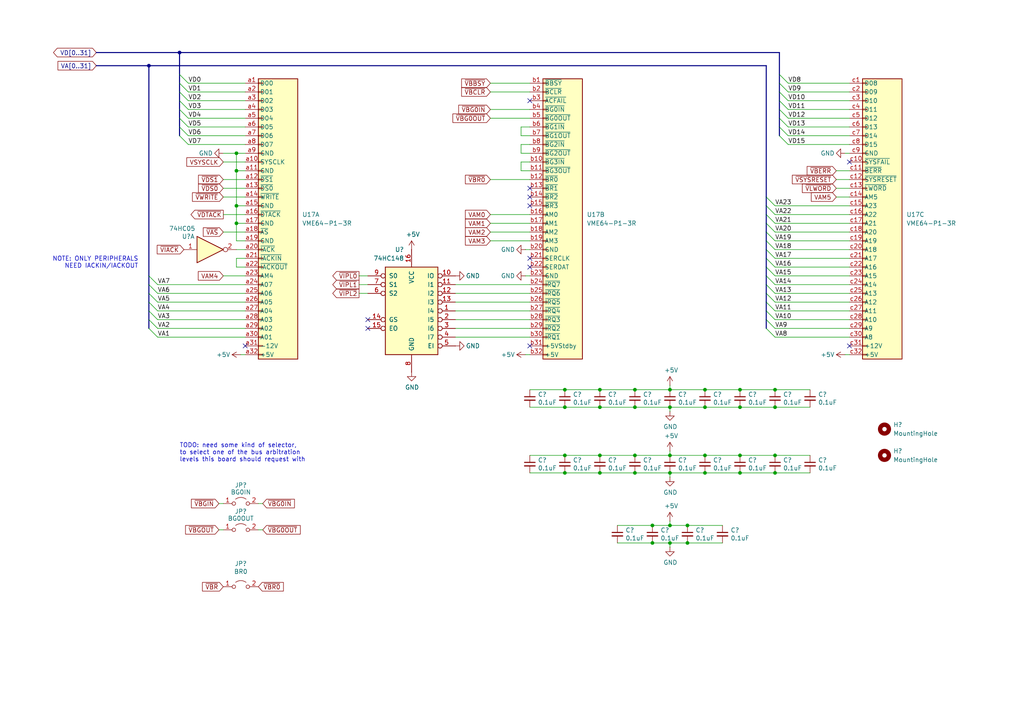
<source format=kicad_sch>
(kicad_sch (version 20231120) (generator "eeschema") (generator_version "8.0")
  (paper "A4")
  (title_block (title "k30p-VME") (rev "1"))
  (lib_symbols
    (symbol "74xx:74LS05" (pin_names (offset 1.016))
      (property "Reference" "U" (at 0 1.27 0))
      (property "Value" "74LS05" (at 0 -1.27 0))
      (symbol "74LS05_1_0"
        (polyline (pts (xy -3.81 3.81) (xy -3.81 -3.81) (xy 3.81 0) (xy -3.81 3.81)) (stroke (width 0.254)) (fill (type background)))
        (pin input line (at -7.62 0 0) (length 3.81) (name "~") (number "1"))
        (pin open_collector inverted (at 7.62 0 180) (length 3.81) (name "~") (number "2"))
      )
      (symbol "74LS05_2_0"
        (polyline (pts (xy -3.81 3.81) (xy -3.81 -3.81) (xy 3.81 0) (xy -3.81 3.81)) (stroke (width 0.254)) (fill (type background)))
        (pin input line (at -7.62 0 0) (length 3.81) (name "~") (number "3"))
        (pin open_collector inverted (at 7.62 0 180) (length 3.81) (name "~") (number "4"))
      )
      (symbol "74LS05_3_0"
        (polyline (pts (xy -3.81 3.81) (xy -3.81 -3.81) (xy 3.81 0) (xy -3.81 3.81)) (stroke (width 0.254)) (fill (type background)))
        (pin input line (at -7.62 0 0) (length 3.81) (name "~") (number "5"))
        (pin open_collector inverted (at 7.62 0 180) (length 3.81) (name "~") (number "6"))
      )
      (symbol "74LS05_4_0"
        (polyline (pts (xy -3.81 3.81) (xy -3.81 -3.81) (xy 3.81 0) (xy -3.81 3.81)) (stroke (width 0.254)) (fill (type background)))
        (pin open_collector inverted (at 7.62 0 180) (length 3.81) (name "~") (number "8"))
        (pin input line (at -7.62 0 0) (length 3.81) (name "~") (number "9"))
      )
      (symbol "74LS05_5_0"
        (polyline (pts (xy -3.81 3.81) (xy -3.81 -3.81) (xy 3.81 0) (xy -3.81 3.81)) (stroke (width 0.254)) (fill (type background)))
        (pin open_collector inverted (at 7.62 0 180) (length 3.81) (name "~") (number "10"))
        (pin input line (at -7.62 0 0) (length 3.81) (name "~") (number "11"))
      )
      (symbol "74LS05_6_0"
        (polyline (pts (xy -3.81 3.81) (xy -3.81 -3.81) (xy 3.81 0) (xy -3.81 3.81)) (stroke (width 0.254)) (fill (type background)))
        (pin open_collector inverted (at 7.62 0 180) (length 3.81) (name "~") (number "12"))
        (pin input line (at -7.62 0 0) (length 3.81) (name "~") (number "13"))
      )
      (symbol "74LS05_7_0"
        (pin power_in line (at 0 12.7 270) (length 5.08) (name "VCC") (number "14"))
        (pin power_in line (at 0 -12.7 90) (length 5.08) (name "GND") (number "7"))
      )
      (symbol "74LS05_7_1"
        (rectangle (start -5.08 7.62) (end 5.08 -7.62) (stroke (width 0.254)) (fill (type background)))
      )
    )
    (symbol "74xx:74LS148" (pin_names (offset 1.016))
      (property "Reference" "U" (at -7.62 13.97 0))
      (property "Value" "74LS148" (at -7.62 -13.97 0))
      (symbol "74LS148_1_0"
        (pin input inverted (at -12.7 0 0) (length 5.08) (name "I4") (number "1"))
        (pin input inverted (at -12.7 10.16 0) (length 5.08) (name "IO") (number "10"))
        (pin input inverted (at -12.7 7.62 0) (length 5.08) (name "I1") (number "11"))
        (pin input inverted (at -12.7 5.08 0) (length 5.08) (name "I2") (number "12"))
        (pin input inverted (at -12.7 2.54 0) (length 5.08) (name "I3") (number "13"))
        (pin output inverted (at 12.7 -2.54 180) (length 5.08) (name "GS") (number "14"))
        (pin output inverted (at 12.7 -5.08 180) (length 5.08) (name "EO") (number "15"))
        (pin power_in line (at 0 17.78 270) (length 5.08) (name "VCC") (number "16"))
        (pin input inverted (at -12.7 -2.54 0) (length 5.08) (name "I5") (number "2"))
        (pin input inverted (at -12.7 -5.08 0) (length 5.08) (name "I6") (number "3"))
        (pin input inverted (at -12.7 -7.62 0) (length 5.08) (name "I7") (number "4"))
        (pin input inverted (at -12.7 -10.16 0) (length 5.08) (name "EI") (number "5"))
        (pin output inverted (at 12.7 5.08 180) (length 5.08) (name "S2") (number "6"))
        (pin output inverted (at 12.7 7.62 180) (length 5.08) (name "S1") (number "7"))
        (pin power_in line (at 0 -17.78 90) (length 5.08) (name "GND") (number "8"))
        (pin output inverted (at 12.7 10.16 180) (length 5.08) (name "S0") (number "9"))
      )
      (symbol "74LS148_1_1"
        (rectangle (start -7.62 12.7) (end 7.62 -12.7) (stroke (width 0.254)) (fill (type background)))
      )
    )
    (symbol "Computie_Connectors:VME64-P1-3R"
      (property "Reference" "P" (at 0 40.64 0))
      (property "Value" "VME64-P1-3R" (at 0 40.64 0))
      (symbol "VME64-P1-3R_1_1"
        (rectangle (start -1.27 -40.513) (end 0 -40.767) (stroke (width 0.1524)))
        (rectangle (start -1.27 -37.973) (end 0 -38.227) (stroke (width 0.1524)))
        (rectangle (start -1.27 -35.433) (end 0 -35.687) (stroke (width 0.1524)))
        (rectangle (start -1.27 -32.893) (end 0 -33.147) (stroke (width 0.1524)))
        (rectangle (start -1.27 -30.353) (end 0 -30.607) (stroke (width 0.1524)))
        (rectangle (start -1.27 -27.813) (end 0 -28.067) (stroke (width 0.1524)))
        (rectangle (start -1.27 -25.273) (end 0 -25.527) (stroke (width 0.1524)))
        (rectangle (start -1.27 -22.733) (end 0 -22.987) (stroke (width 0.1524)))
        (rectangle (start -1.27 -20.193) (end 0 -20.447) (stroke (width 0.1524)))
        (rectangle (start -1.27 -17.653) (end 0 -17.907) (stroke (width 0.1524)))
        (rectangle (start -1.27 -15.113) (end 0 -15.367) (stroke (width 0.1524)))
        (rectangle (start -1.27 -12.573) (end 0 -12.827) (stroke (width 0.1524)))
        (rectangle (start -1.27 -10.033) (end 0 -10.287) (stroke (width 0.1524)))
        (rectangle (start -1.27 -7.493) (end 0 -7.747) (stroke (width 0.1524)))
        (rectangle (start -1.27 -4.953) (end 0 -5.207) (stroke (width 0.1524)))
        (rectangle (start -1.27 -2.413) (end 0 -2.667) (stroke (width 0.1524)))
        (rectangle (start -1.27 0.127) (end 0 -0.127) (stroke (width 0.1524)))
        (rectangle (start -1.27 2.667) (end 0 2.413) (stroke (width 0.1524)))
        (rectangle (start -1.27 5.207) (end 0 4.953) (stroke (width 0.1524)))
        (rectangle (start -1.27 7.747) (end 0 7.493) (stroke (width 0.1524)))
        (rectangle (start -1.27 10.287) (end 0 10.033) (stroke (width 0.1524)))
        (rectangle (start -1.27 12.827) (end 0 12.573) (stroke (width 0.1524)))
        (rectangle (start -1.27 15.367) (end 0 15.113) (stroke (width 0.1524)))
        (rectangle (start -1.27 17.907) (end 0 17.653) (stroke (width 0.1524)))
        (rectangle (start -1.27 20.447) (end 0 20.193) (stroke (width 0.1524)))
        (rectangle (start -1.27 22.987) (end 0 22.733) (stroke (width 0.1524)))
        (rectangle (start -1.27 25.527) (end 0 25.273) (stroke (width 0.1524)))
        (rectangle (start -1.27 28.067) (end 0 27.813) (stroke (width 0.1524)))
        (rectangle (start -1.27 30.607) (end 0 30.353) (stroke (width 0.1524)))
        (rectangle (start -1.27 33.147) (end 0 32.893) (stroke (width 0.1524)))
        (rectangle (start -1.27 35.687) (end 0 35.433) (stroke (width 0.1524)))
        (rectangle (start -1.27 38.227) (end 0 37.973) (stroke (width 0.1524)))
        (rectangle (start -1.27 39.37) (end 10.16 -41.91) (stroke (width 0.254)) (fill (type background)))
        (pin bidirectional line (at -5.08 38.1 0) (length 3.81) (name "D00") (number "a1"))
        (pin output line (at -5.08 15.24 0) (length 3.81) (name "SYSCLK") (number "a10"))
        (pin passive line (at -5.08 12.7 0) (length 3.81) (name "GND") (number "a11"))
        (pin bidirectional line (at -5.08 10.16 0) (length 3.81) (name "~{DS1}") (number "a12"))
        (pin bidirectional line (at -5.08 7.62 0) (length 3.81) (name "~{DS0}") (number "a13"))
        (pin bidirectional line (at -5.08 5.08 0) (length 3.81) (name "~{WRITE}") (number "a14"))
        (pin passive line (at -5.08 2.54 0) (length 3.81) (name "GND") (number "a15"))
        (pin bidirectional line (at -5.08 0 0) (length 3.81) (name "~{DTACK}") (number "a16"))
        (pin passive line (at -5.08 -2.54 0) (length 3.81) (name "GND") (number "a17"))
        (pin bidirectional line (at -5.08 -5.08 0) (length 3.81) (name "~{AS}") (number "a18"))
        (pin passive line (at -5.08 -7.62 0) (length 3.81) (name "GND") (number "a19"))
        (pin bidirectional line (at -5.08 35.56 0) (length 3.81) (name "D01") (number "a2"))
        (pin bidirectional line (at -5.08 -10.16 0) (length 3.81) (name "~{IACK}") (number "a20"))
        (pin input line (at -5.08 -12.7 0) (length 3.81) (name "~{IACKIN}") (number "a21"))
        (pin output line (at -5.08 -15.24 0) (length 3.81) (name "~{IACKOUT}") (number "a22"))
        (pin bidirectional line (at -5.08 -17.78 0) (length 3.81) (name "AM4") (number "a23"))
        (pin bidirectional line (at -5.08 -20.32 0) (length 3.81) (name "A07") (number "a24"))
        (pin bidirectional line (at -5.08 -22.86 0) (length 3.81) (name "A06") (number "a25"))
        (pin bidirectional line (at -5.08 -25.4 0) (length 3.81) (name "A05") (number "a26"))
        (pin bidirectional line (at -5.08 -27.94 0) (length 3.81) (name "A04") (number "a27"))
        (pin bidirectional line (at -5.08 -30.48 0) (length 3.81) (name "A03") (number "a28"))
        (pin bidirectional line (at -5.08 -33.02 0) (length 3.81) (name "A02") (number "a29"))
        (pin bidirectional line (at -5.08 33.02 0) (length 3.81) (name "D02") (number "a3"))
        (pin bidirectional line (at -5.08 -35.56 0) (length 3.81) (name "A01") (number "a30"))
        (pin passive line (at -5.08 -38.1 0) (length 3.81) (name "-12V") (number "a31"))
        (pin passive line (at -5.08 -40.64 0) (length 3.81) (name "+5V") (number "a32"))
        (pin bidirectional line (at -5.08 30.48 0) (length 3.81) (name "D03") (number "a4"))
        (pin bidirectional line (at -5.08 27.94 0) (length 3.81) (name "D04") (number "a5"))
        (pin bidirectional line (at -5.08 25.4 0) (length 3.81) (name "D05") (number "a6"))
        (pin bidirectional line (at -5.08 22.86 0) (length 3.81) (name "D06") (number "a7"))
        (pin bidirectional line (at -5.08 20.32 0) (length 3.81) (name "D07") (number "a8"))
        (pin passive line (at -5.08 17.78 0) (length 3.81) (name "GND") (number "a9"))
      )
      (symbol "VME64-P1-3R_2_1"
        (rectangle (start -1.27 -40.513) (end 0 -40.767) (stroke (width 0.1524)))
        (rectangle (start -1.27 -37.973) (end 0 -38.227) (stroke (width 0.1524)))
        (rectangle (start -1.27 -35.433) (end 0 -35.687) (stroke (width 0.1524)))
        (rectangle (start -1.27 -32.893) (end 0 -33.147) (stroke (width 0.1524)))
        (rectangle (start -1.27 -30.353) (end 0 -30.607) (stroke (width 0.1524)))
        (rectangle (start -1.27 -27.813) (end 0 -28.067) (stroke (width 0.1524)))
        (rectangle (start -1.27 -25.273) (end 0 -25.527) (stroke (width 0.1524)))
        (rectangle (start -1.27 -22.733) (end 0 -22.987) (stroke (width 0.1524)))
        (rectangle (start -1.27 -20.193) (end 0 -20.447) (stroke (width 0.1524)))
        (rectangle (start -1.27 -17.653) (end 0 -17.907) (stroke (width 0.1524)))
        (rectangle (start -1.27 -15.113) (end 0 -15.367) (stroke (width 0.1524)))
        (rectangle (start -1.27 -12.573) (end 0 -12.827) (stroke (width 0.1524)))
        (rectangle (start -1.27 -10.033) (end 0 -10.287) (stroke (width 0.1524)))
        (rectangle (start -1.27 -7.493) (end 0 -7.747) (stroke (width 0.1524)))
        (rectangle (start -1.27 -4.953) (end 0 -5.207) (stroke (width 0.1524)))
        (rectangle (start -1.27 -2.413) (end 0 -2.667) (stroke (width 0.1524)))
        (rectangle (start -1.27 0.127) (end 0 -0.127) (stroke (width 0.1524)))
        (rectangle (start -1.27 2.667) (end 0 2.413) (stroke (width 0.1524)))
        (rectangle (start -1.27 5.207) (end 0 4.953) (stroke (width 0.1524)))
        (rectangle (start -1.27 7.747) (end 0 7.493) (stroke (width 0.1524)))
        (rectangle (start -1.27 10.287) (end 0 10.033) (stroke (width 0.1524)))
        (rectangle (start -1.27 12.827) (end 0 12.573) (stroke (width 0.1524)))
        (rectangle (start -1.27 15.367) (end 0 15.113) (stroke (width 0.1524)))
        (rectangle (start -1.27 17.907) (end 0 17.653) (stroke (width 0.1524)))
        (rectangle (start -1.27 20.447) (end 0 20.193) (stroke (width 0.1524)))
        (rectangle (start -1.27 22.987) (end 0 22.733) (stroke (width 0.1524)))
        (rectangle (start -1.27 25.527) (end 0 25.273) (stroke (width 0.1524)))
        (rectangle (start -1.27 28.067) (end 0 27.813) (stroke (width 0.1524)))
        (rectangle (start -1.27 30.607) (end 0 30.353) (stroke (width 0.1524)))
        (rectangle (start -1.27 33.147) (end 0 32.893) (stroke (width 0.1524)))
        (rectangle (start -1.27 35.687) (end 0 35.433) (stroke (width 0.1524)))
        (rectangle (start -1.27 38.227) (end 0 37.973) (stroke (width 0.1524)))
        (rectangle (start -1.27 39.37) (end 10.16 -41.91) (stroke (width 0.254)) (fill (type background)))
        (pin bidirectional line (at -5.08 38.1 0) (length 3.81) (name "~{BBSY}") (number "b1"))
        (pin input line (at -5.08 15.24 0) (length 3.81) (name "~{BG3IN}") (number "b10"))
        (pin output line (at -5.08 12.7 0) (length 3.81) (name "~{BG3OUT}") (number "b11"))
        (pin bidirectional line (at -5.08 10.16 0) (length 3.81) (name "~{BR0}") (number "b12"))
        (pin bidirectional line (at -5.08 7.62 0) (length 3.81) (name "~{BR1}") (number "b13"))
        (pin bidirectional line (at -5.08 5.08 0) (length 3.81) (name "~{BR2}") (number "b14"))
        (pin bidirectional line (at -5.08 2.54 0) (length 3.81) (name "~{BR3}") (number "b15"))
        (pin bidirectional line (at -5.08 0 0) (length 3.81) (name "AM0") (number "b16"))
        (pin bidirectional line (at -5.08 -2.54 0) (length 3.81) (name "AM1") (number "b17"))
        (pin bidirectional line (at -5.08 -5.08 0) (length 3.81) (name "AM2") (number "b18"))
        (pin bidirectional line (at -5.08 -7.62 0) (length 3.81) (name "AM3") (number "b19"))
        (pin bidirectional line (at -5.08 35.56 0) (length 3.81) (name "~{BCLR}") (number "b2"))
        (pin passive line (at -5.08 -10.16 0) (length 3.81) (name "GND") (number "b20"))
        (pin bidirectional line (at -5.08 -12.7 0) (length 3.81) (name "SERCLK") (number "b21"))
        (pin bidirectional line (at -5.08 -15.24 0) (length 3.81) (name "SERDAT") (number "b22"))
        (pin passive line (at -5.08 -17.78 0) (length 3.81) (name "GND") (number "b23"))
        (pin bidirectional line (at -5.08 -20.32 0) (length 3.81) (name "~{IRQ7}") (number "b24"))
        (pin bidirectional line (at -5.08 -22.86 0) (length 3.81) (name "~{IRQ6}") (number "b25"))
        (pin bidirectional line (at -5.08 -25.4 0) (length 3.81) (name "~{IRQ5}") (number "b26"))
        (pin bidirectional line (at -5.08 -27.94 0) (length 3.81) (name "~{IRQ4}") (number "b27"))
        (pin bidirectional line (at -5.08 -30.48 0) (length 3.81) (name "~{IRQ3}") (number "b28"))
        (pin bidirectional line (at -5.08 -33.02 0) (length 3.81) (name "~{IRQ2}") (number "b29"))
        (pin output line (at -5.08 33.02 0) (length 3.81) (name "~{ACFAIL}") (number "b3"))
        (pin bidirectional line (at -5.08 -35.56 0) (length 3.81) (name "~{IRQ1}") (number "b30"))
        (pin passive line (at -5.08 -38.1 0) (length 3.81) (name "+5VStdby") (number "b31"))
        (pin passive line (at -5.08 -40.64 0) (length 3.81) (name "+5V") (number "b32"))
        (pin input line (at -5.08 30.48 0) (length 3.81) (name "~{BG0IN}") (number "b4"))
        (pin output line (at -5.08 27.94 0) (length 3.81) (name "~{BG0OUT}") (number "b5"))
        (pin input line (at -5.08 25.4 0) (length 3.81) (name "~{BG1IN}") (number "b6"))
        (pin output line (at -5.08 22.86 0) (length 3.81) (name "~{BG1OUT}") (number "b7"))
        (pin input line (at -5.08 20.32 0) (length 3.81) (name "~{BG2IN}") (number "b8"))
        (pin output line (at -5.08 17.78 0) (length 3.81) (name "~{BG2OUT}") (number "b9"))
      )
      (symbol "VME64-P1-3R_3_1"
        (rectangle (start -1.27 -40.513) (end 0 -40.767) (stroke (width 0.1524)))
        (rectangle (start -1.27 -37.973) (end 0 -38.227) (stroke (width 0.1524)))
        (rectangle (start -1.27 -35.433) (end 0 -35.687) (stroke (width 0.1524)))
        (rectangle (start -1.27 -32.893) (end 0 -33.147) (stroke (width 0.1524)))
        (rectangle (start -1.27 -30.353) (end 0 -30.607) (stroke (width 0.1524)))
        (rectangle (start -1.27 -27.813) (end 0 -28.067) (stroke (width 0.1524)))
        (rectangle (start -1.27 -25.273) (end 0 -25.527) (stroke (width 0.1524)))
        (rectangle (start -1.27 -22.733) (end 0 -22.987) (stroke (width 0.1524)))
        (rectangle (start -1.27 -20.193) (end 0 -20.447) (stroke (width 0.1524)))
        (rectangle (start -1.27 -17.653) (end 0 -17.907) (stroke (width 0.1524)))
        (rectangle (start -1.27 -15.113) (end 0 -15.367) (stroke (width 0.1524)))
        (rectangle (start -1.27 -12.573) (end 0 -12.827) (stroke (width 0.1524)))
        (rectangle (start -1.27 -10.033) (end 0 -10.287) (stroke (width 0.1524)))
        (rectangle (start -1.27 -7.493) (end 0 -7.747) (stroke (width 0.1524)))
        (rectangle (start -1.27 -4.953) (end 0 -5.207) (stroke (width 0.1524)))
        (rectangle (start -1.27 -2.413) (end 0 -2.667) (stroke (width 0.1524)))
        (rectangle (start -1.27 0.127) (end 0 -0.127) (stroke (width 0.1524)))
        (rectangle (start -1.27 2.667) (end 0 2.413) (stroke (width 0.1524)))
        (rectangle (start -1.27 5.207) (end 0 4.953) (stroke (width 0.1524)))
        (rectangle (start -1.27 7.747) (end 0 7.493) (stroke (width 0.1524)))
        (rectangle (start -1.27 10.287) (end 0 10.033) (stroke (width 0.1524)))
        (rectangle (start -1.27 12.827) (end 0 12.573) (stroke (width 0.1524)))
        (rectangle (start -1.27 15.367) (end 0 15.113) (stroke (width 0.1524)))
        (rectangle (start -1.27 17.907) (end 0 17.653) (stroke (width 0.1524)))
        (rectangle (start -1.27 20.447) (end 0 20.193) (stroke (width 0.1524)))
        (rectangle (start -1.27 22.987) (end 0 22.733) (stroke (width 0.1524)))
        (rectangle (start -1.27 25.527) (end 0 25.273) (stroke (width 0.1524)))
        (rectangle (start -1.27 28.067) (end 0 27.813) (stroke (width 0.1524)))
        (rectangle (start -1.27 30.607) (end 0 30.353) (stroke (width 0.1524)))
        (rectangle (start -1.27 33.147) (end 0 32.893) (stroke (width 0.1524)))
        (rectangle (start -1.27 35.687) (end 0 35.433) (stroke (width 0.1524)))
        (rectangle (start -1.27 38.227) (end 0 37.973) (stroke (width 0.1524)))
        (rectangle (start -1.27 39.37) (end 10.16 -41.91) (stroke (width 0.254)) (fill (type background)))
        (pin bidirectional line (at -5.08 38.1 0) (length 3.81) (name "D08") (number "c1"))
        (pin bidirectional line (at -5.08 15.24 0) (length 3.81) (name "~{SYSFAIL}") (number "c10"))
        (pin bidirectional line (at -5.08 12.7 0) (length 3.81) (name "~{BERR}") (number "c11"))
        (pin bidirectional line (at -5.08 10.16 0) (length 3.81) (name "~{SYSRESET}") (number "c12"))
        (pin bidirectional line (at -5.08 7.62 0) (length 3.81) (name "~{LWORD}") (number "c13"))
        (pin bidirectional line (at -5.08 5.08 0) (length 3.81) (name "AM5") (number "c14"))
        (pin bidirectional line (at -5.08 2.54 0) (length 3.81) (name "A23") (number "c15"))
        (pin bidirectional line (at -5.08 0 0) (length 3.81) (name "A22") (number "c16"))
        (pin bidirectional line (at -5.08 -2.54 0) (length 3.81) (name "A21") (number "c17"))
        (pin bidirectional line (at -5.08 -5.08 0) (length 3.81) (name "A20") (number "c18"))
        (pin bidirectional line (at -5.08 -7.62 0) (length 3.81) (name "A19") (number "c19"))
        (pin bidirectional line (at -5.08 35.56 0) (length 3.81) (name "D09") (number "c2"))
        (pin bidirectional line (at -5.08 -10.16 0) (length 3.81) (name "A18") (number "c20"))
        (pin bidirectional line (at -5.08 -12.7 0) (length 3.81) (name "A17") (number "c21"))
        (pin bidirectional line (at -5.08 -15.24 0) (length 3.81) (name "A16") (number "c22"))
        (pin bidirectional line (at -5.08 -17.78 0) (length 3.81) (name "A15") (number "c23"))
        (pin bidirectional line (at -5.08 -20.32 0) (length 3.81) (name "A14") (number "c24"))
        (pin bidirectional line (at -5.08 -22.86 0) (length 3.81) (name "A13") (number "c25"))
        (pin bidirectional line (at -5.08 -25.4 0) (length 3.81) (name "A12") (number "c26"))
        (pin bidirectional line (at -5.08 -27.94 0) (length 3.81) (name "A11") (number "c27"))
        (pin bidirectional line (at -5.08 -30.48 0) (length 3.81) (name "A10") (number "c28"))
        (pin bidirectional line (at -5.08 -33.02 0) (length 3.81) (name "A9") (number "c29"))
        (pin bidirectional line (at -5.08 33.02 0) (length 3.81) (name "D10") (number "c3"))
        (pin bidirectional line (at -5.08 -35.56 0) (length 3.81) (name "A8") (number "c30"))
        (pin passive line (at -5.08 -38.1 0) (length 3.81) (name "+12V") (number "c31"))
        (pin passive line (at -5.08 -40.64 0) (length 3.81) (name "+5V") (number "c32"))
        (pin bidirectional line (at -5.08 30.48 0) (length 3.81) (name "D11") (number "c4"))
        (pin bidirectional line (at -5.08 27.94 0) (length 3.81) (name "D12") (number "c5"))
        (pin bidirectional line (at -5.08 25.4 0) (length 3.81) (name "D13") (number "c6"))
        (pin bidirectional line (at -5.08 22.86 0) (length 3.81) (name "D14") (number "c7"))
        (pin bidirectional line (at -5.08 20.32 0) (length 3.81) (name "D15") (number "c8"))
        (pin passive line (at -5.08 17.78 0) (length 3.81) (name "GND") (number "c9"))
      )
    )
    (symbol "Device:C_Small" (pin_numbers hide) (pin_names (offset 0.254) hide)
      (property "Reference" "C" (at 0.254 1.778 0))
      (property "Value" "C_Small" (at 0.254 -2.032 0))
      (symbol "C_Small_0_1"
        (polyline (pts (xy -1.524 -0.508) (xy 1.524 -0.508)) (stroke (width 0.3302)))
        (polyline (pts (xy -1.524 0.508) (xy 1.524 0.508)) (stroke (width 0.3048)))
      )
      (symbol "C_Small_1_1"
        (pin passive line (at 0 2.54 270) (length 2.032) (name "~") (number "1"))
        (pin passive line (at 0 -2.54 90) (length 2.032) (name "~") (number "2"))
      )
    )
    (symbol "Jumper:Jumper_2_Open" (pin_names (offset 0) hide)
      (property "Reference" "JP" (at 0 2.794 0))
      (property "Value" "Jumper_2_Open" (at 0 -2.286 0))
      (symbol "Jumper_2_Open_0_0"
        (circle (center -2.032 0) (radius 0.508))
        (circle (center 2.032 0) (radius 0.508))
      )
      (symbol "Jumper_2_Open_0_1"
        (arc (start 1.524 1.27) (mid 0 1.778) (end -1.524 1.27))
      )
      (symbol "Jumper_2_Open_1_1"
        (pin passive line (at -5.08 0 0) (length 2.54) (name "A") (number "1"))
        (pin passive line (at 5.08 0 180) (length 2.54) (name "B") (number "2"))
      )
    )
    (symbol "Mechanical:MountingHole" (pin_names (offset 1.016))
      (property "Reference" "H" (at 0 5.08 0))
      (property "Value" "MountingHole" (at 0 3.175 0))
      (symbol "MountingHole_0_1"
        (circle (center 0 0) (radius 1.27) (stroke (width 1.27)))
      )
    )
    (symbol "power:+5V" (power) (pin_numbers hide) (pin_names (offset 0) hide)
      (property "Value" "+5V" (at 0 3.556 0))
      (symbol "+5V_0_1"
        (polyline (pts (xy -0.762 1.27) (xy 0 2.54)))
        (polyline (pts (xy 0 0) (xy 0 2.54)))
        (polyline (pts (xy 0 2.54) (xy 0.762 1.27)))
      )
      (symbol "+5V_1_1"
        (pin power_in line (at 0 0 90) (length 0) (name "~") (number "1"))
      )
    )
    (symbol "power:GND" (power) (pin_numbers hide) (pin_names (offset 0) hide)
      (property "Value" "GND" (at 0 -3.81 0))
      (symbol "GND_0_1"
        (polyline (pts (xy 0 0) (xy 0 -1.27) (xy 1.27 -1.27) (xy 0 -2.54) (xy -1.27 -1.27) (xy 0 -1.27)))
      )
      (symbol "GND_1_1"
        (pin power_in line (at 0 0 270) (length 0) (name "~") (number "1"))
      )
    )
  )
  (junction (at 199.39 157.48))
  (junction (at 173.99 118.11))
  (junction (at 194.31 118.11))
  (junction (at 194.31 132.08))
  (junction (at 173.99 132.08))
  (junction (at 194.31 137.16))
  (junction (at 163.83 132.08))
  (junction (at 189.23 152.4))
  (junction (at 68.58 59.69))
  (junction (at 173.99 113.03))
  (junction (at 184.15 118.11))
  (junction (at 214.63 113.03))
  (junction (at 194.31 157.48))
  (junction (at 68.58 64.77))
  (junction (at 189.23 157.48))
  (junction (at 204.47 137.16))
  (junction (at 194.31 113.03))
  (junction (at 184.15 137.16))
  (junction (at 214.63 137.16))
  (junction (at 224.79 118.11))
  (junction (at 204.47 132.08))
  (junction (at 224.79 132.08))
  (junction (at 224.79 137.16))
  (junction (at 68.58 49.53))
  (junction (at 173.99 137.16))
  (junction (at 163.83 137.16))
  (junction (at 214.63 132.08))
  (junction (at 204.47 113.03))
  (junction (at 184.15 132.08))
  (junction (at 68.58 44.45))
  (junction (at 199.39 152.4))
  (junction (at 163.83 113.03))
  (junction (at 194.31 152.4))
  (junction (at 52.07 15.24))
  (junction (at 204.47 118.11))
  (junction (at 214.63 118.11))
  (junction (at 163.83 118.11))
  (junction (at 184.15 113.03))
  (junction (at 43.18 19.05))
  (junction (at 224.79 113.03))
  (no_connect (at 153.67 29.21))
  (no_connect (at 153.67 77.47))
  (no_connect (at 71.12 100.33))
  (no_connect (at 153.67 100.33))
  (no_connect (at 153.67 57.15))
  (no_connect (at 246.38 46.99))
  (no_connect (at 106.68 95.25))
  (no_connect (at 153.67 74.93))
  (no_connect (at 153.67 59.69))
  (no_connect (at 153.67 54.61))
  (no_connect (at 106.68 92.71))
  (no_connect (at 246.38 100.33))
  (bus_entry (at 228.6 24.13) (size -2.54 -2.54))
  (bus_entry (at 228.6 41.91) (size -2.54 -2.54))
  (bus_entry (at 54.61 36.83) (size -2.54 -2.54))
  (bus_entry (at 45.72 85.09) (size -2.54 -2.54))
  (bus_entry (at 45.72 95.25) (size -2.54 -2.54))
  (bus_entry (at 224.79 62.23) (size -2.54 -2.54))
  (bus_entry (at 224.79 90.17) (size -2.54 -2.54))
  (bus_entry (at 45.72 82.55) (size -2.54 -2.54))
  (bus_entry (at 224.79 59.69) (size -2.54 -2.54))
  (bus_entry (at 224.79 95.25) (size -2.54 -2.54))
  (bus_entry (at 224.79 74.93) (size -2.54 -2.54))
  (bus_entry (at 224.79 64.77) (size -2.54 -2.54))
  (bus_entry (at 228.6 39.37) (size -2.54 -2.54))
  (bus_entry (at 224.79 69.85) (size -2.54 -2.54))
  (bus_entry (at 228.6 34.29) (size -2.54 -2.54))
  (bus_entry (at 224.79 67.31) (size -2.54 -2.54))
  (bus_entry (at 45.72 92.71) (size -2.54 -2.54))
  (bus_entry (at 54.61 24.13) (size -2.54 -2.54))
  (bus_entry (at 228.6 29.21) (size -2.54 -2.54))
  (bus_entry (at 54.61 39.37) (size -2.54 -2.54))
  (bus_entry (at 224.79 97.79) (size -2.54 -2.54))
  (bus_entry (at 54.61 41.91) (size -2.54 -2.54))
  (bus_entry (at 45.72 87.63) (size -2.54 -2.54))
  (bus_entry (at 54.61 31.75) (size -2.54 -2.54))
  (bus_entry (at 45.72 90.17) (size -2.54 -2.54))
  (bus_entry (at 54.61 34.29) (size -2.54 -2.54))
  (bus_entry (at 224.79 77.47) (size -2.54 -2.54))
  (bus_entry (at 228.6 36.83) (size -2.54 -2.54))
  (bus_entry (at 224.79 80.01) (size -2.54 -2.54))
  (bus_entry (at 224.79 72.39) (size -2.54 -2.54))
  (bus_entry (at 54.61 26.67) (size -2.54 -2.54))
  (bus_entry (at 224.79 87.63) (size -2.54 -2.54))
  (bus_entry (at 224.79 85.09) (size -2.54 -2.54))
  (bus_entry (at 45.72 97.79) (size -2.54 -2.54))
  (bus_entry (at 228.6 26.67) (size -2.54 -2.54))
  (bus_entry (at 228.6 31.75) (size -2.54 -2.54))
  (bus_entry (at 224.79 92.71) (size -2.54 -2.54))
  (bus_entry (at 54.61 29.21) (size -2.54 -2.54))
  (bus_entry (at 224.79 82.55) (size -2.54 -2.54))
  (wire (pts (xy 54.61 39.37) (xy 71.12 39.37)))
  (wire (pts (xy 64.77 46.99) (xy 71.12 46.99)))
  (wire (pts (xy 69.85 102.87) (xy 71.12 102.87)))
  (wire (pts (xy 132.08 85.09) (xy 153.67 85.09)))
  (wire (pts (xy 224.79 132.08) (xy 214.63 132.08)))
  (wire (pts (xy 184.15 137.16) (xy 194.31 137.16)))
  (wire (pts (xy 163.83 137.16) (xy 153.67 137.16)))
  (wire (pts (xy 68.58 44.45) (xy 68.58 49.53)))
  (wire (pts (xy 132.08 90.17) (xy 153.67 90.17)))
  (wire (pts (xy 224.79 62.23) (xy 246.38 62.23)))
  (bus (pts (xy 222.25 19.05) (xy 222.25 57.15)))
  (bus (pts (xy 226.06 31.75) (xy 226.06 34.29)))
  (wire (pts (xy 71.12 44.45) (xy 68.58 44.45)))
  (wire (pts (xy 142.24 24.13) (xy 153.67 24.13)))
  (wire (pts (xy 64.77 44.45) (xy 68.58 44.45)))
  (bus (pts (xy 52.07 21.59) (xy 52.07 24.13)))
  (wire (pts (xy 173.99 132.08) (xy 184.15 132.08)))
  (wire (pts (xy 68.58 59.69) (xy 71.12 59.69)))
  (bus (pts (xy 222.25 87.63) (xy 222.25 90.17)))
  (bus (pts (xy 222.25 90.17) (xy 222.25 92.71)))
  (wire (pts (xy 224.79 137.16) (xy 234.95 137.16)))
  (bus (pts (xy 222.25 82.55) (xy 222.25 85.09)))
  (wire (pts (xy 242.57 57.15) (xy 246.38 57.15)))
  (wire (pts (xy 228.6 39.37) (xy 246.38 39.37)))
  (wire (pts (xy 224.79 69.85) (xy 246.38 69.85)))
  (wire (pts (xy 224.79 92.71) (xy 246.38 92.71)))
  (wire (pts (xy 68.58 69.85) (xy 71.12 69.85)))
  (wire (pts (xy 153.67 132.08) (xy 163.83 132.08)))
  (wire (pts (xy 224.79 85.09) (xy 246.38 85.09)))
  (wire (pts (xy 204.47 118.11) (xy 214.63 118.11)))
  (bus (pts (xy 52.07 15.24) (xy 52.07 21.59)))
  (wire (pts (xy 151.13 46.99) (xy 151.13 49.53)))
  (wire (pts (xy 224.79 67.31) (xy 246.38 67.31)))
  (wire (pts (xy 224.79 72.39) (xy 246.38 72.39)))
  (bus (pts (xy 222.25 80.01) (xy 222.25 82.55)))
  (wire (pts (xy 132.08 97.79) (xy 153.67 97.79)))
  (wire (pts (xy 173.99 113.03) (xy 184.15 113.03)))
  (wire (pts (xy 245.11 102.87) (xy 246.38 102.87)))
  (wire (pts (xy 151.13 39.37) (xy 153.67 39.37)))
  (bus (pts (xy 27.94 15.24) (xy 52.07 15.24)))
  (wire (pts (xy 68.58 77.47) (xy 71.12 77.47)))
  (bus (pts (xy 222.25 64.77) (xy 222.25 67.31)))
  (wire (pts (xy 173.99 137.16) (xy 163.83 137.16)))
  (wire (pts (xy 142.24 52.07) (xy 153.67 52.07)))
  (wire (pts (xy 224.79 118.11) (xy 234.95 118.11)))
  (bus (pts (xy 52.07 24.13) (xy 52.07 26.67)))
  (wire (pts (xy 64.77 67.31) (xy 71.12 67.31)))
  (wire (pts (xy 194.31 111.76) (xy 194.31 113.03)))
  (wire (pts (xy 189.23 152.4) (xy 194.31 152.4)))
  (wire (pts (xy 68.58 64.77) (xy 68.58 69.85)))
  (wire (pts (xy 228.6 41.91) (xy 246.38 41.91)))
  (bus (pts (xy 43.18 95.25) (xy 43.18 92.71)))
  (wire (pts (xy 64.77 54.61) (xy 71.12 54.61)))
  (wire (pts (xy 228.6 24.13) (xy 246.38 24.13)))
  (wire (pts (xy 45.72 92.71) (xy 71.12 92.71)))
  (wire (pts (xy 242.57 52.07) (xy 246.38 52.07)))
  (bus (pts (xy 52.07 26.67) (xy 52.07 29.21)))
  (wire (pts (xy 45.72 90.17) (xy 71.12 90.17)))
  (wire (pts (xy 74.93 146.05) (xy 76.2 146.05)))
  (wire (pts (xy 45.72 85.09) (xy 71.12 85.09)))
  (wire (pts (xy 54.61 41.91) (xy 71.12 41.91)))
  (wire (pts (xy 64.77 57.15) (xy 71.12 57.15)))
  (wire (pts (xy 194.31 137.16) (xy 204.47 137.16)))
  (wire (pts (xy 142.24 26.67) (xy 153.67 26.67)))
  (wire (pts (xy 214.63 118.11) (xy 224.79 118.11)))
  (wire (pts (xy 152.4 80.01) (xy 153.67 80.01)))
  (wire (pts (xy 228.6 34.29) (xy 246.38 34.29)))
  (wire (pts (xy 132.08 92.71) (xy 153.67 92.71)))
  (bus (pts (xy 43.18 90.17) (xy 43.18 87.63)))
  (bus (pts (xy 226.06 29.21) (xy 226.06 31.75)))
  (wire (pts (xy 179.07 152.4) (xy 189.23 152.4)))
  (wire (pts (xy 153.67 113.03) (xy 163.83 113.03)))
  (wire (pts (xy 142.24 69.85) (xy 153.67 69.85)))
  (wire (pts (xy 224.79 74.93) (xy 246.38 74.93)))
  (wire (pts (xy 132.08 82.55) (xy 153.67 82.55)))
  (wire (pts (xy 71.12 74.93) (xy 68.58 74.93)))
  (bus (pts (xy 222.25 72.39) (xy 222.25 74.93)))
  (wire (pts (xy 64.77 80.01) (xy 71.12 80.01)))
  (wire (pts (xy 132.08 95.25) (xy 153.67 95.25)))
  (wire (pts (xy 152.4 72.39) (xy 153.67 72.39)))
  (wire (pts (xy 224.79 132.08) (xy 234.95 132.08)))
  (wire (pts (xy 194.31 137.16) (xy 194.31 138.43)))
  (wire (pts (xy 71.12 72.39) (xy 68.58 72.39)))
  (wire (pts (xy 224.79 80.01) (xy 246.38 80.01)))
  (wire (pts (xy 45.72 82.55) (xy 71.12 82.55)))
  (wire (pts (xy 151.13 36.83) (xy 151.13 39.37)))
  (wire (pts (xy 194.31 157.48) (xy 189.23 157.48)))
  (bus (pts (xy 226.06 15.24) (xy 226.06 21.59)))
  (wire (pts (xy 224.79 90.17) (xy 246.38 90.17)))
  (wire (pts (xy 64.77 52.07) (xy 71.12 52.07)))
  (wire (pts (xy 71.12 64.77) (xy 68.58 64.77)))
  (wire (pts (xy 194.31 130.81) (xy 194.31 132.08)))
  (wire (pts (xy 152.4 102.87) (xy 153.67 102.87)))
  (wire (pts (xy 194.31 152.4) (xy 199.39 152.4)))
  (wire (pts (xy 153.67 41.91) (xy 151.13 41.91)))
  (wire (pts (xy 228.6 36.83) (xy 246.38 36.83)))
  (bus (pts (xy 52.07 36.83) (xy 52.07 39.37)))
  (wire (pts (xy 246.38 44.45) (xy 245.11 44.45)))
  (bus (pts (xy 43.18 19.05) (xy 222.25 19.05)))
  (wire (pts (xy 54.61 31.75) (xy 71.12 31.75)))
  (bus (pts (xy 222.25 57.15) (xy 222.25 59.69)))
  (wire (pts (xy 224.79 87.63) (xy 246.38 87.63)))
  (bus (pts (xy 43.18 92.71) (xy 43.18 90.17)))
  (wire (pts (xy 242.57 54.61) (xy 246.38 54.61)))
  (wire (pts (xy 228.6 26.67) (xy 246.38 26.67)))
  (wire (pts (xy 224.79 95.25) (xy 246.38 95.25)))
  (wire (pts (xy 151.13 49.53) (xy 153.67 49.53)))
  (bus (pts (xy 43.18 82.55) (xy 43.18 85.09)))
  (wire (pts (xy 71.12 49.53) (xy 68.58 49.53)))
  (wire (pts (xy 184.15 113.03) (xy 194.31 113.03)))
  (wire (pts (xy 142.24 64.77) (xy 153.67 64.77)))
  (wire (pts (xy 184.15 118.11) (xy 194.31 118.11)))
  (wire (pts (xy 194.31 151.13) (xy 194.31 152.4)))
  (wire (pts (xy 163.83 118.11) (xy 153.67 118.11)))
  (wire (pts (xy 204.47 137.16) (xy 214.63 137.16)))
  (wire (pts (xy 45.72 87.63) (xy 71.12 87.63)))
  (wire (pts (xy 228.6 31.75) (xy 246.38 31.75)))
  (wire (pts (xy 194.31 118.11) (xy 204.47 118.11)))
  (wire (pts (xy 104.14 80.01) (xy 106.68 80.01)))
  (wire (pts (xy 224.79 113.03) (xy 214.63 113.03)))
  (bus (pts (xy 43.18 87.63) (xy 43.18 85.09)))
  (wire (pts (xy 132.08 87.63) (xy 153.67 87.63)))
  (wire (pts (xy 199.39 157.48) (xy 194.31 157.48)))
  (wire (pts (xy 184.15 132.08) (xy 194.31 132.08)))
  (wire (pts (xy 173.99 118.11) (xy 163.83 118.11)))
  (wire (pts (xy 194.31 118.11) (xy 194.31 119.38)))
  (wire (pts (xy 63.5 153.67) (xy 64.77 153.67)))
  (bus (pts (xy 226.06 34.29) (xy 226.06 36.83)))
  (wire (pts (xy 104.14 85.09) (xy 106.68 85.09)))
  (wire (pts (xy 173.99 118.11) (xy 184.15 118.11)))
  (bus (pts (xy 222.25 69.85) (xy 222.25 72.39)))
  (wire (pts (xy 54.61 29.21) (xy 71.12 29.21)))
  (wire (pts (xy 224.79 82.55) (xy 246.38 82.55)))
  (wire (pts (xy 189.23 157.48) (xy 179.07 157.48)))
  (bus (pts (xy 222.25 74.93) (xy 222.25 77.47)))
  (wire (pts (xy 142.24 67.31) (xy 153.67 67.31)))
  (wire (pts (xy 54.61 26.67) (xy 71.12 26.67)))
  (wire (pts (xy 142.24 31.75) (xy 153.67 31.75)))
  (wire (pts (xy 142.24 62.23) (xy 153.67 62.23)))
  (wire (pts (xy 224.79 77.47) (xy 246.38 77.47)))
  (wire (pts (xy 214.63 132.08) (xy 204.47 132.08)))
  (wire (pts (xy 54.61 36.83) (xy 71.12 36.83)))
  (wire (pts (xy 199.39 157.48) (xy 209.55 157.48)))
  (bus (pts (xy 52.07 31.75) (xy 52.07 34.29)))
  (bus (pts (xy 52.07 15.24) (xy 226.06 15.24)))
  (bus (pts (xy 222.25 77.47) (xy 222.25 80.01)))
  (wire (pts (xy 173.99 137.16) (xy 184.15 137.16)))
  (bus (pts (xy 43.18 80.01) (xy 43.18 82.55)))
  (wire (pts (xy 214.63 113.03) (xy 204.47 113.03)))
  (wire (pts (xy 228.6 29.21) (xy 246.38 29.21)))
  (bus (pts (xy 222.25 59.69) (xy 222.25 62.23)))
  (wire (pts (xy 224.79 113.03) (xy 234.95 113.03)))
  (wire (pts (xy 153.67 46.99) (xy 151.13 46.99)))
  (wire (pts (xy 64.77 62.23) (xy 71.12 62.23)))
  (wire (pts (xy 151.13 41.91) (xy 151.13 44.45)))
  (bus (pts (xy 222.25 92.71) (xy 222.25 95.25)))
  (wire (pts (xy 45.72 95.25) (xy 71.12 95.25)))
  (wire (pts (xy 68.58 74.93) (xy 68.58 77.47)))
  (wire (pts (xy 214.63 137.16) (xy 224.79 137.16)))
  (wire (pts (xy 163.83 113.03) (xy 173.99 113.03)))
  (bus (pts (xy 52.07 29.21) (xy 52.07 31.75)))
  (wire (pts (xy 151.13 44.45) (xy 153.67 44.45)))
  (bus (pts (xy 222.25 62.23) (xy 222.25 64.77)))
  (wire (pts (xy 242.57 49.53) (xy 246.38 49.53)))
  (bus (pts (xy 226.06 26.67) (xy 226.06 29.21)))
  (wire (pts (xy 68.58 59.69) (xy 68.58 64.77)))
  (wire (pts (xy 54.61 24.13) (xy 71.12 24.13)))
  (bus (pts (xy 43.18 19.05) (xy 43.18 80.01)))
  (wire (pts (xy 142.24 34.29) (xy 153.67 34.29)))
  (wire (pts (xy 224.79 64.77) (xy 246.38 64.77)))
  (bus (pts (xy 222.25 67.31) (xy 222.25 69.85)))
  (wire (pts (xy 194.31 132.08) (xy 204.47 132.08)))
  (bus (pts (xy 226.06 24.13) (xy 226.06 26.67)))
  (wire (pts (xy 153.67 36.83) (xy 151.13 36.83)))
  (wire (pts (xy 194.31 113.03) (xy 204.47 113.03)))
  (bus (pts (xy 222.25 85.09) (xy 222.25 87.63)))
  (wire (pts (xy 224.79 97.79) (xy 246.38 97.79)))
  (wire (pts (xy 104.14 82.55) (xy 106.68 82.55)))
  (wire (pts (xy 45.72 97.79) (xy 71.12 97.79)))
  (bus (pts (xy 226.06 36.83) (xy 226.06 39.37)))
  (bus (pts (xy 226.06 21.59) (xy 226.06 24.13)))
  (wire (pts (xy 68.58 49.53) (xy 68.58 59.69)))
  (bus (pts (xy 52.07 34.29) (xy 52.07 36.83)))
  (wire (pts (xy 224.79 59.69) (xy 246.38 59.69)))
  (wire (pts (xy 63.5 146.05) (xy 64.77 146.05)))
  (wire (pts (xy 163.83 132.08) (xy 173.99 132.08)))
  (wire (pts (xy 194.31 157.48) (xy 194.31 158.75)))
  (wire (pts (xy 54.61 34.29) (xy 71.12 34.29)))
  (wire (pts (xy 199.39 152.4) (xy 209.55 152.4)))
  (wire (pts (xy 74.93 153.67) (xy 76.2 153.67)))
  (bus (pts (xy 27.94 19.05) (xy 43.18 19.05)))
  (text "TODO: need some kind of selector,\nto select one of the bus arbitration\nlevels this board should request with" (at 52.07 134.112 0) (effects (font (size 1.27 1.27)) (justify left bottom)))
  (text "NOTE: ONLY PERIPHERALS\nNEED IACKIN/IACKOUT" (at 40.132 77.978 0) (effects (font (size 1.27 1.27)) (justify right bottom)))
  (label "VD12" (at 228.6 34.29 0))
  (label "VA17" (at 224.79 74.93 0))
  (label "VD11" (at 228.6 31.75 0))
  (label "VD13" (at 228.6 36.83 0))
  (label "VA13" (at 224.79 85.09 0))
  (label "VA4" (at 45.72 90.17 0))
  (label "VA2" (at 45.72 95.25 0))
  (label "VA11" (at 224.79 90.17 0))
  (label "VD6" (at 54.61 39.37 0))
  (label "VD2" (at 54.61 29.21 0))
  (label "VD4" (at 54.61 34.29 0))
  (label "VA8" (at 224.79 97.79 0))
  (label "VA6" (at 45.72 85.09 0))
  (label "VA19" (at 224.79 69.85 0))
  (label "VA1" (at 45.72 97.79 0))
  (label "VA12" (at 224.79 87.63 0))
  (label "VA21" (at 224.79 64.77 0))
  (label "VD7" (at 54.61 41.91 0))
  (label "VA16" (at 224.79 77.47 0))
  (label "VA18" (at 224.79 72.39 0))
  (label "VD3" (at 54.61 31.75 0))
  (label "VD5" (at 54.61 36.83 0))
  (label "VA20" (at 224.79 67.31 0))
  (label "VD15" (at 228.6 41.91 0))
  (label "VA3" (at 45.72 92.71 0))
  (label "VA9" (at 224.79 95.25 0))
  (label "VA22" (at 224.79 62.23 0))
  (label "VA14" (at 224.79 82.55 0))
  (label "VA23" (at 224.79 59.69 0))
  (label "VD10" (at 228.6 29.21 0))
  (label "VD9" (at 228.6 26.67 0))
  (label "VD8" (at 228.6 24.13 0))
  (label "VA10" (at 224.79 92.71 0))
  (label "VD0" (at 54.61 24.13 0))
  (label "VD14" (at 228.6 39.37 0))
  (label "VD1" (at 54.61 26.67 0))
  (label "VA7" (at 45.72 82.55 0))
  (label "VA15" (at 224.79 80.01 0))
  (label "VA5" (at 45.72 87.63 0))
  (global_label "~{VWRITE}" (shape input) (at 64.77 57.15 180) (property "Intersheetrefs" "${INTERSHEET_REFS}" (effects (hide yes))))
  (global_label "VD[0..31]" (shape bidirectional) (at 27.94 15.24 180) (property "Intersheetrefs" "${INTERSHEET_REFS}" (effects (hide yes))))
  (global_label "VAM2" (shape input) (at 142.24 67.31 180) (property "Intersheetrefs" "${INTERSHEET_REFS}" (effects (hide yes))))
  (global_label "~{VBGOUT}" (shape input) (at 63.5 153.67 180) (property "Intersheetrefs" "${INTERSHEET_REFS}" (effects (hide yes))))
  (global_label "~{VBG0OUT}" (shape input) (at 76.2 153.67 0) (property "Intersheetrefs" "${INTERSHEET_REFS}" (effects (hide yes))))
  (global_label "~{VAS}" (shape input) (at 64.77 67.31 180) (property "Intersheetrefs" "${INTERSHEET_REFS}" (effects (hide yes))))
  (global_label "VAM5" (shape input) (at 242.57 57.15 180) (property "Intersheetrefs" "${INTERSHEET_REFS}" (effects (hide yes))))
  (global_label "~{VBG0IN}" (shape input) (at 76.2 146.05 0) (property "Intersheetrefs" "${INTERSHEET_REFS}" (effects (hide yes))))
  (global_label "~{VIPL2}" (shape output) (at 104.14 85.09 180) (property "Intersheetrefs" "${INTERSHEET_REFS}" (effects (hide yes))))
  (global_label "VAM3" (shape input) (at 142.24 69.85 180) (property "Intersheetrefs" "${INTERSHEET_REFS}" (effects (hide yes))))
  (global_label "VSYSCLK" (shape input) (at 64.77 46.99 180) (property "Intersheetrefs" "${INTERSHEET_REFS}" (effects (hide yes))))
  (global_label "~{VBR0}" (shape input) (at 74.93 170.18 0) (property "Intersheetrefs" "${INTERSHEET_REFS}" (effects (hide yes))))
  (global_label "~{VBCLR}" (shape input) (at 142.24 26.67 180) (property "Intersheetrefs" "${INTERSHEET_REFS}" (effects (hide yes))))
  (global_label "~{VIPL0}" (shape output) (at 104.14 80.01 180) (property "Intersheetrefs" "${INTERSHEET_REFS}" (effects (hide yes))))
  (global_label "VAM4" (shape input) (at 64.77 80.01 180) (property "Intersheetrefs" "${INTERSHEET_REFS}" (effects (hide yes))))
  (global_label "~{VBERR}" (shape input) (at 242.57 49.53 180) (property "Intersheetrefs" "${INTERSHEET_REFS}" (effects (hide yes))))
  (global_label "~{VSYSRESET}" (shape input) (at 242.57 52.07 180) (property "Intersheetrefs" "${INTERSHEET_REFS}" (effects (hide yes))))
  (global_label "~{VDS1}" (shape input) (at 64.77 52.07 180) (property "Intersheetrefs" "${INTERSHEET_REFS}" (effects (hide yes))))
  (global_label "~{VDTACK}" (shape output) (at 64.77 62.23 180) (property "Intersheetrefs" "${INTERSHEET_REFS}" (effects (hide yes))))
  (global_label "VAM0" (shape input) (at 142.24 62.23 180) (property "Intersheetrefs" "${INTERSHEET_REFS}" (effects (hide yes))))
  (global_label "~{VBR0}" (shape input) (at 142.24 52.07 180) (property "Intersheetrefs" "${INTERSHEET_REFS}" (effects (hide yes))))
  (global_label "VAM1" (shape input) (at 142.24 64.77 180) (property "Intersheetrefs" "${INTERSHEET_REFS}" (effects (hide yes))))
  (global_label "~{VLWORD}" (shape input) (at 242.57 54.61 180) (property "Intersheetrefs" "${INTERSHEET_REFS}" (effects (hide yes))))
  (global_label "~{VDS0}" (shape input) (at 64.77 54.61 180) (property "Intersheetrefs" "${INTERSHEET_REFS}" (effects (hide yes))))
  (global_label "VA[0..31]" (shape input) (at 27.94 19.05 180) (property "Intersheetrefs" "${INTERSHEET_REFS}" (effects (hide yes))))
  (global_label "~{VIPL1}" (shape output) (at 104.14 82.55 180) (property "Intersheetrefs" "${INTERSHEET_REFS}" (effects (hide yes))))
  (global_label "~{VBR}" (shape input) (at 64.77 170.18 180) (property "Intersheetrefs" "${INTERSHEET_REFS}" (effects (hide yes))))
  (global_label "~{VBBSY}" (shape input) (at 142.24 24.13 180) (property "Intersheetrefs" "${INTERSHEET_REFS}" (effects (hide yes))))
  (global_label "~{VBG0OUT}" (shape input) (at 142.24 34.29 180) (property "Intersheetrefs" "${INTERSHEET_REFS}" (effects (hide yes))))
  (global_label "~{VBGIN}" (shape input) (at 63.5 146.05 180) (property "Intersheetrefs" "${INTERSHEET_REFS}" (effects (hide yes))))
  (global_label "~{VIACK}" (shape input) (at 53.34 72.39 180) (property "Intersheetrefs" "${INTERSHEET_REFS}" (effects (hide yes))))
  (global_label "~{VBG0IN}" (shape input) (at 142.24 31.75 180) (property "Intersheetrefs" "${INTERSHEET_REFS}" (effects (hide yes))))
  (symbol (lib_id "Device:C_Small") (at 204.47 115.57 0) (unit 1)
    (property "Reference" "C?" (at 206.8068 114.4016 0) (effects (justify left)))
    (property "Value" "0.1uF" (at 206.8068 116.713 0) (effects (justify left)))
    (property "Footprint" "Capacitor_SMD:C_0805_2012Metric_Pad1.18x1.45mm_HandSolder" (effects (hide yes)))
  )
  (symbol (lib_id "power:GND") (at 245.11 44.45 270) (unit 1)
    (property "Reference" "#PWR01" (effects (hide yes)))
    (property "Value" "GND" (at 240.03 44.45 90))
    (property "Description" "Power symbol creates a global label with name \"GND\" , ground" (effects (hide yes)))
  )
  (symbol (lib_id "Device:C_Small") (at 194.31 134.62 0) (unit 1)
    (property "Reference" "C?" (at 196.6468 133.4516 0) (effects (justify left)))
    (property "Value" "0.1uF" (at 196.6468 135.763 0) (effects (justify left)))
    (property "Footprint" "Capacitor_SMD:C_0805_2012Metric_Pad1.18x1.45mm_HandSolder" (effects (hide yes)))
  )
  (symbol (lib_id "power:GND") (at 64.77 44.45 270) (unit 1)
    (property "Reference" "#PWR?" (effects (hide yes)))
    (property "Value" "GND" (at 59.69 44.45 90))
    (property "Description" "Power symbol creates a global label with name \"GND\" , ground" (effects (hide yes)))
  )
  (symbol (lib_id "power:GND") (at 152.4 80.01 270) (unit 1)
    (property "Reference" "#PWR?" (effects (hide yes)))
    (property "Value" "GND" (at 147.32 80.01 90))
    (property "Description" "Power symbol creates a global label with name \"GND\" , ground" (effects (hide yes)))
  )
  (symbol (lib_id "power:GND") (at 194.31 158.75 0) (unit 1)
    (property "Reference" "#PWR?" (effects (hide yes)))
    (property "Value" "GND" (at 194.437 163.1442 0))
    (property "Description" "Power symbol creates a global label with name \"GND\" , ground" (effects (hide yes)))
  )
  (symbol (lib_id "power:+5V") (at 194.31 130.81 0) (unit 1)
    (property "Reference" "#PWR?" (effects (hide yes)))
    (property "Value" "+5V" (at 194.691 126.4158 0))
    (property "Description" "Power symbol creates a global label with name \"+5V\"" (effects (hide yes)))
  )
  (symbol (lib_id "74xx:74LS148") (at 119.38 90.17 0) (mirror y) (unit 1)
    (property "Reference" "U?" (at 117.1859 72.39 0) (effects (justify left)))
    (property "Value" "74HC148" (at 117.1859 74.93 0) (effects (justify left)))
    (property "Footprint" "Package_SO:SOIC-16_3.9x9.9mm_P1.27mm" (effects (hide yes)))
    (property "Datasheet" "http://www.ti.com/lit/gpn/sn74LS148" (effects (hide yes)))
  )
  (symbol (lib_id "Mechanical:MountingHole") (at 256.54 124.46 0) (unit 1)
    (property "Reference" "H?" (at 259.08 123.19 0) (effects (justify left)))
    (property "Value" "MountingHole" (at 259.08 125.73 0) (effects (justify left)))
    (property "Footprint" "MountingHole:MountingHole_2.7mm_M2.5_DIN965" (effects (hide yes)))
  )
  (symbol (lib_id "Device:C_Small") (at 153.67 134.62 0) (unit 1)
    (property "Reference" "C?" (at 156.0068 133.4516 0) (effects (justify left)))
    (property "Value" "0.1uF" (at 156.0068 135.763 0) (effects (justify left)))
    (property "Footprint" "Capacitor_SMD:C_0805_2012Metric_Pad1.18x1.45mm_HandSolder" (effects (hide yes)))
  )
  (symbol (lib_id "Device:C_Small") (at 163.83 115.57 0) (unit 1)
    (property "Reference" "C?" (at 166.1668 114.4016 0) (effects (justify left)))
    (property "Value" "0.1uF" (at 166.1668 116.713 0) (effects (justify left)))
    (property "Footprint" "Capacitor_SMD:C_0805_2012Metric_Pad1.18x1.45mm_HandSolder" (effects (hide yes)))
  )
  (symbol (lib_id "Device:C_Small") (at 189.23 154.94 0) (unit 1)
    (property "Reference" "C?" (at 191.5668 153.7716 0) (effects (justify left)))
    (property "Value" "0.1uF" (at 191.5668 156.083 0) (effects (justify left)))
    (property "Footprint" "Capacitor_SMD:C_0805_2012Metric_Pad1.18x1.45mm_HandSolder" (effects (hide yes)))
  )
  (symbol (lib_id "power:+5V") (at 194.31 151.13 0) (unit 1)
    (property "Reference" "#PWR?" (effects (hide yes)))
    (property "Value" "+5V" (at 194.691 146.7358 0))
    (property "Description" "Power symbol creates a global label with name \"+5V\"" (effects (hide yes)))
  )
  (symbol (lib_id "power:+5V") (at 119.38 72.39 0) (unit 1)
    (property "Reference" "#PWR?" (effects (hide yes)))
    (property "Value" "+5V" (at 119.761 67.9958 0))
    (property "Description" "Power symbol creates a global label with name \"+5V\"" (effects (hide yes)))
  )
  (symbol (lib_id "Device:C_Small") (at 224.79 134.62 0) (unit 1)
    (property "Reference" "C?" (at 227.1268 133.4516 0) (effects (justify left)))
    (property "Value" "0.1uF" (at 227.1268 135.763 0) (effects (justify left)))
    (property "Footprint" "Capacitor_SMD:C_0603_1608Metric_Pad1.08x0.95mm_HandSolder" (effects (hide yes)))
  )
  (symbol (lib_id "Device:C_Small") (at 179.07 154.94 0) (unit 1)
    (property "Reference" "C?" (at 181.4068 153.7716 0) (effects (justify left)))
    (property "Value" "0.1uF" (at 181.4068 156.083 0) (effects (justify left)))
    (property "Footprint" "Capacitor_SMD:C_0805_2012Metric_Pad1.18x1.45mm_HandSolder" (effects (hide yes)))
  )
  (symbol (lib_id "power:GND") (at 132.08 80.01 90) (mirror x) (unit 1)
    (property "Reference" "#PWR?" (effects (hide yes)))
    (property "Value" "GND" (at 137.16 80.01 90))
    (property "Description" "Power symbol creates a global label with name \"GND\" , ground" (effects (hide yes)))
  )
  (symbol (lib_id "Jumper:Jumper_2_Open") (at 69.85 170.18 0) (unit 1)
    (property "Reference" "JP?" (at 69.85 163.4744 0))
    (property "Value" "BR0" (at 69.85 165.7858 0))
    (property "Footprint" "Connector_PinHeader_2.54mm:PinHeader_1x02_P2.54mm_Vertical" (effects (hide yes)))
  )
  (symbol (lib_id "power:+5V") (at 152.4 102.87 90) (unit 1)
    (property "Reference" "#PWR?" (effects (hide yes)))
    (property "Value" "+5V" (at 147.32 102.87 90))
    (property "Description" "Power symbol creates a global label with name \"+5V\"" (effects (hide yes)))
  )
  (symbol (lib_id "Device:C_Small") (at 184.15 115.57 0) (unit 1)
    (property "Reference" "C?" (at 186.4868 114.4016 0) (effects (justify left)))
    (property "Value" "0.1uF" (at 186.4868 116.713 0) (effects (justify left)))
    (property "Footprint" "Capacitor_SMD:C_0805_2012Metric_Pad1.18x1.45mm_HandSolder" (effects (hide yes)))
  )
  (symbol (lib_id "Mechanical:MountingHole") (at 256.54 132.08 0) (unit 1)
    (property "Reference" "H?" (at 259.08 130.81 0) (effects (justify left)))
    (property "Value" "MountingHole" (at 259.08 133.35 0) (effects (justify left)))
    (property "Footprint" "MountingHole:MountingHole_2.7mm_M2.5_DIN965" (effects (hide yes)))
  )
  (symbol (lib_id "Device:C_Small") (at 234.95 134.62 0) (unit 1)
    (property "Reference" "C?" (at 237.2868 133.4516 0) (effects (justify left)))
    (property "Value" "0.1uF" (at 237.2868 135.763 0) (effects (justify left)))
    (property "Footprint" "Capacitor_SMD:C_0603_1608Metric_Pad1.08x0.95mm_HandSolder" (effects (hide yes)))
  )
  (symbol (lib_id "Device:C_Small") (at 173.99 134.62 0) (unit 1)
    (property "Reference" "C?" (at 176.3268 133.4516 0) (effects (justify left)))
    (property "Value" "0.1uF" (at 176.3268 135.763 0) (effects (justify left)))
    (property "Footprint" "Capacitor_SMD:C_0805_2012Metric_Pad1.18x1.45mm_HandSolder" (effects (hide yes)))
  )
  (symbol (lib_id "power:GND") (at 152.4 72.39 270) (unit 1)
    (property "Reference" "#PWR?" (effects (hide yes)))
    (property "Value" "GND" (at 147.32 72.39 90))
    (property "Description" "Power symbol creates a global label with name \"GND\" , ground" (effects (hide yes)))
  )
  (symbol (lib_id "Device:C_Small") (at 209.55 154.94 0) (unit 1)
    (property "Reference" "C?" (at 211.8868 153.7716 0) (effects (justify left)))
    (property "Value" "0.1uF" (at 211.8868 156.083 0) (effects (justify left)))
    (property "Footprint" "Capacitor_SMD:C_0805_2012Metric_Pad1.18x1.45mm_HandSolder" (effects (hide yes)))
  )
  (symbol (lib_id "Device:C_Small") (at 214.63 115.57 0) (unit 1)
    (property "Reference" "C?" (at 216.9668 114.4016 0) (effects (justify left)))
    (property "Value" "0.1uF" (at 216.9668 116.713 0) (effects (justify left)))
    (property "Footprint" "Capacitor_SMD:C_0805_2012Metric_Pad1.18x1.45mm_HandSolder" (effects (hide yes)))
  )
  (symbol (lib_id "Device:C_Small") (at 194.31 115.57 0) (unit 1)
    (property "Reference" "C?" (at 196.6468 114.4016 0) (effects (justify left)))
    (property "Value" "0.1uF" (at 196.6468 116.713 0) (effects (justify left)))
    (property "Footprint" "Capacitor_SMD:C_0805_2012Metric_Pad1.18x1.45mm_HandSolder" (effects (hide yes)))
  )
  (symbol (lib_id "Device:C_Small") (at 214.63 134.62 0) (unit 1)
    (property "Reference" "C?" (at 216.9668 133.4516 0) (effects (justify left)))
    (property "Value" "0.1uF" (at 216.9668 135.763 0) (effects (justify left)))
    (property "Footprint" "Capacitor_SMD:C_0603_1608Metric_Pad1.08x0.95mm_HandSolder" (effects (hide yes)))
  )
  (symbol (lib_id "power:+5V") (at 194.31 111.76 0) (unit 1)
    (property "Reference" "#PWR?" (effects (hide yes)))
    (property "Value" "+5V" (at 194.691 107.3658 0))
    (property "Description" "Power symbol creates a global label with name \"+5V\"" (effects (hide yes)))
  )
  (symbol (lib_id "power:+5V") (at 69.85 102.87 90) (unit 1)
    (property "Reference" "#PWR?" (effects (hide yes)))
    (property "Value" "+5V" (at 64.77 102.87 90))
    (property "Description" "Power symbol creates a global label with name \"+5V\"" (effects (hide yes)))
  )
  (symbol (lib_id "Device:C_Small") (at 234.95 115.57 0) (unit 1)
    (property "Reference" "C?" (at 237.2868 114.4016 0) (effects (justify left)))
    (property "Value" "0.1uF" (at 237.2868 116.713 0) (effects (justify left)))
    (property "Footprint" "Capacitor_SMD:C_0603_1608Metric_Pad1.08x0.95mm_HandSolder" (effects (hide yes)))
  )
  (symbol (lib_id "Computie_Connectors:VME64-P1-3R") (at 158.75 62.23 0) (unit 2)
    (property "Reference" "U17" (at 170.18 62.2299 0) (effects (justify left)))
    (property "Value" "VME64-P1-3R" (at 170.18 64.7699 0) (effects (justify left)))
    (property "Footprint" "Connector_DIN:DIN41612_C_3x32_Male_Horizontal_THT" (effects (hide yes)))
    (property "Description" "VME64 P1 (Board-side Headers), 3 Row DIN41612 Connector" (effects (hide yes)))
  )
  (symbol (lib_id "power:GND") (at 194.31 119.38 0) (unit 1)
    (property "Reference" "#PWR?" (effects (hide yes)))
    (property "Value" "GND" (at 194.437 123.7742 0))
    (property "Description" "Power symbol creates a global label with name \"GND\" , ground" (effects (hide yes)))
  )
  (symbol (lib_id "Device:C_Small") (at 173.99 115.57 0) (unit 1)
    (property "Reference" "C?" (at 176.3268 114.4016 0) (effects (justify left)))
    (property "Value" "0.1uF" (at 176.3268 116.713 0) (effects (justify left)))
    (property "Footprint" "Capacitor_SMD:C_0805_2012Metric_Pad1.18x1.45mm_HandSolder" (effects (hide yes)))
  )
  (symbol (lib_id "Computie_Connectors:VME64-P1-3R") (at 251.46 62.23 0) (unit 3)
    (property "Reference" "U17" (at 262.89 62.2299 0) (effects (justify left)))
    (property "Value" "VME64-P1-3R" (at 262.89 64.7699 0) (effects (justify left)))
    (property "Footprint" "Connector_DIN:DIN41612_C_3x32_Male_Horizontal_THT" (effects (hide yes)))
    (property "Description" "VME64 P1 (Board-side Headers), 3 Row DIN41612 Connector" (effects (hide yes)))
  )
  (symbol (lib_id "Computie_Connectors:VME64-P1-3R") (at 76.2 62.23 0) (unit 1)
    (property "Reference" "U17" (at 87.63 62.2299 0) (effects (justify left)))
    (property "Value" "VME64-P1-3R" (at 87.63 64.7699 0) (effects (justify left)))
    (property "Footprint" "Connector_DIN:DIN41612_C_3x32_Male_Horizontal_THT" (effects (hide yes)))
    (property "Description" "VME64 P1 (Board-side Headers), 3 Row DIN41612 Connector" (effects (hide yes)))
  )
  (symbol (lib_id "Device:C_Small") (at 163.83 134.62 0) (unit 1)
    (property "Reference" "C?" (at 166.1668 133.4516 0) (effects (justify left)))
    (property "Value" "0.1uF" (at 166.1668 135.763 0) (effects (justify left)))
    (property "Footprint" "Capacitor_SMD:C_0805_2012Metric_Pad1.18x1.45mm_HandSolder" (effects (hide yes)))
  )
  (symbol (lib_id "Device:C_Small") (at 224.79 115.57 0) (unit 1)
    (property "Reference" "C?" (at 227.1268 114.4016 0) (effects (justify left)))
    (property "Value" "0.1uF" (at 227.1268 116.713 0) (effects (justify left)))
    (property "Footprint" "Capacitor_SMD:C_0603_1608Metric_Pad1.08x0.95mm_HandSolder" (effects (hide yes)))
  )
  (symbol (lib_id "74xx:74LS05") (at 60.96 72.39 0) (unit 1)
    (property "Reference" "U?" (at 54.61 68.58 0))
    (property "Value" "74HC05" (at 52.832 66.294 0))
    (property "Footprint" "Package_SO:TSSOP-14_4.4x5mm_P0.65mm" (effects (hide yes)))
    (property "Datasheet" "http://www.ti.com/lit/gpn/sn74LS05" (effects (hide yes)))
  )
  (symbol (lib_id "power:GND") (at 132.08 100.33 90) (mirror x) (unit 1)
    (property "Reference" "#PWR?" (effects (hide yes)))
    (property "Value" "GND" (at 137.16 100.33 90))
    (property "Description" "Power symbol creates a global label with name \"GND\" , ground" (effects (hide yes)))
  )
  (symbol (lib_id "Jumper:Jumper_2_Open") (at 69.85 146.05 0) (unit 1)
    (property "Reference" "JP?" (at 69.85 140.716 0))
    (property "Value" "BG0IN" (at 69.85 142.748 0))
    (property "Footprint" "Connector_PinHeader_2.54mm:PinHeader_1x02_P2.54mm_Vertical" (effects (hide yes)))
  )
  (symbol (lib_id "Device:C_Small") (at 204.47 134.62 0) (unit 1)
    (property "Reference" "C?" (at 206.8068 133.4516 0) (effects (justify left)))
    (property "Value" "0.1uF" (at 206.8068 135.763 0) (effects (justify left)))
    (property "Footprint" "Capacitor_SMD:C_0805_2012Metric_Pad1.18x1.45mm_HandSolder" (effects (hide yes)))
  )
  (symbol (lib_id "Jumper:Jumper_2_Open") (at 69.85 153.67 0) (unit 1)
    (property "Reference" "JP?" (at 69.85 148.336 0))
    (property "Value" "BG0OUT" (at 69.85 150.368 0))
    (property "Footprint" "Connector_PinHeader_2.54mm:PinHeader_1x02_P2.54mm_Vertical" (effects (hide yes)))
  )
  (symbol (lib_id "Device:C_Small") (at 153.67 115.57 0) (unit 1)
    (property "Reference" "C?" (at 156.0068 114.4016 0) (effects (justify left)))
    (property "Value" "0.1uF" (at 156.0068 116.713 0) (effects (justify left)))
    (property "Footprint" "Capacitor_SMD:C_0805_2012Metric_Pad1.18x1.45mm_HandSolder" (effects (hide yes)))
  )
  (symbol (lib_id "Device:C_Small") (at 184.15 134.62 0) (unit 1)
    (property "Reference" "C?" (at 186.4868 133.4516 0) (effects (justify left)))
    (property "Value" "0.1uF" (at 186.4868 135.763 0) (effects (justify left)))
    (property "Footprint" "Capacitor_SMD:C_0805_2012Metric_Pad1.18x1.45mm_HandSolder" (effects (hide yes)))
  )
  (symbol (lib_id "Device:C_Small") (at 199.39 154.94 0) (unit 1)
    (property "Reference" "C?" (at 201.7268 153.7716 0) (effects (justify left)))
    (property "Value" "0.1uF" (at 201.7268 156.083 0) (effects (justify left)))
    (property "Footprint" "Capacitor_SMD:C_0805_2012Metric_Pad1.18x1.45mm_HandSolder" (effects (hide yes)))
  )
  (symbol (lib_id "power:GND") (at 194.31 138.43 0) (unit 1)
    (property "Reference" "#PWR?" (effects (hide yes)))
    (property "Value" "GND" (at 194.437 142.8242 0))
    (property "Description" "Power symbol creates a global label with name \"GND\" , ground" (effects (hide yes)))
  )
  (symbol (lib_id "power:+5V") (at 245.11 102.87 90) (unit 1)
    (property "Reference" "#PWR02" (effects (hide yes)))
    (property "Value" "+5V" (at 240.03 102.87 90))
    (property "Description" "Power symbol creates a global label with name \"+5V\"" (effects (hide yes)))
  )
  (symbol (lib_id "power:GND") (at 119.38 107.95 0) (unit 1)
    (property "Reference" "#PWR?" (effects (hide yes)))
    (property "Value" "GND" (at 119.507 112.3442 0))
    (property "Description" "Power symbol creates a global label with name \"GND\" , ground" (effects (hide yes)))
  )
)
</source>
